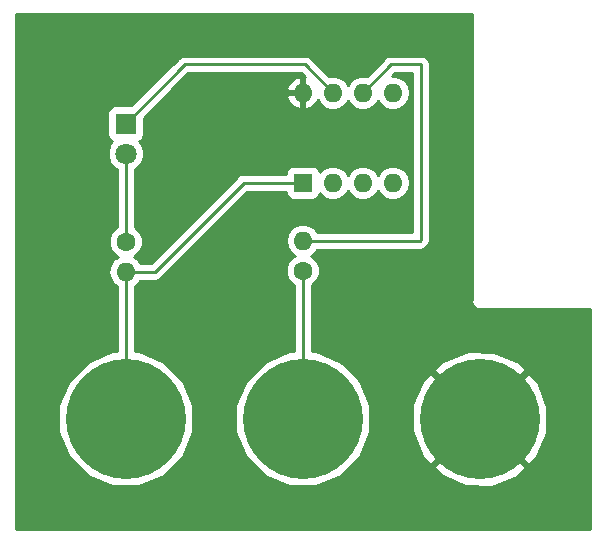
<source format=gbr>
G04 #@! TF.GenerationSoftware,KiCad,Pcbnew,(5.0.1-3-g963ef8bb5)*
G04 #@! TF.CreationDate,2018-11-29T08:41:42-08:00*
G04 #@! TF.ProjectId,Example,4578616D706C652E6B696361645F7063,0.0.1*
G04 #@! TF.SameCoordinates,Original*
G04 #@! TF.FileFunction,Copper,L1,Top,Signal*
G04 #@! TF.FilePolarity,Positive*
%FSLAX46Y46*%
G04 Gerber Fmt 4.6, Leading zero omitted, Abs format (unit mm)*
G04 Created by KiCad (PCBNEW (5.0.1-3-g963ef8bb5)) date Thursday, November 29, 2018 at 08:41:42 AM*
%MOMM*%
%LPD*%
G01*
G04 APERTURE LIST*
G04 #@! TA.AperFunction,ComponentPad*
%ADD10R,1.800000X1.800000*%
G04 #@! TD*
G04 #@! TA.AperFunction,ComponentPad*
%ADD11C,1.800000*%
G04 #@! TD*
G04 #@! TA.AperFunction,ComponentPad*
%ADD12C,10.160000*%
G04 #@! TD*
G04 #@! TA.AperFunction,ComponentPad*
%ADD13O,1.600000X1.600000*%
G04 #@! TD*
G04 #@! TA.AperFunction,ComponentPad*
%ADD14C,1.600000*%
G04 #@! TD*
G04 #@! TA.AperFunction,ComponentPad*
%ADD15R,1.600000X1.600000*%
G04 #@! TD*
G04 #@! TA.AperFunction,Conductor*
%ADD16C,0.250000*%
G04 #@! TD*
G04 #@! TA.AperFunction,Conductor*
%ADD17C,0.254000*%
G04 #@! TD*
G04 APERTURE END LIST*
D10*
G04 #@! TO.P,D_LED1,1*
G04 #@! TO.N,Net-(D_LED1-Pad1)*
X130000000Y-100000000D03*
D11*
G04 #@! TO.P,D_LED1,2*
G04 #@! TO.N,Net-(D_LED1-Pad2)*
X130000000Y-102540000D03*
G04 #@! TD*
D12*
G04 #@! TO.P,J1,1*
G04 #@! TO.N,VCC*
X130010000Y-125000000D03*
G04 #@! TO.P,J1,3*
G04 #@! TO.N,GND*
X159980000Y-125000000D03*
G04 #@! TO.P,J1,2*
G04 #@! TO.N,Net-(J1-Pad2)*
X145000000Y-125000000D03*
G04 #@! TD*
D13*
G04 #@! TO.P,R_INPUT1,2*
G04 #@! TO.N,/Input*
X145000000Y-109920000D03*
D14*
G04 #@! TO.P,R_INPUT1,1*
G04 #@! TO.N,Net-(J1-Pad2)*
X145000000Y-112460000D03*
G04 #@! TD*
G04 #@! TO.P,R_LED1,1*
G04 #@! TO.N,Net-(D_LED1-Pad2)*
X130000000Y-110000000D03*
D13*
G04 #@! TO.P,R_LED1,2*
G04 #@! TO.N,VCC*
X130000000Y-112540000D03*
G04 #@! TD*
D15*
G04 #@! TO.P,U1,1*
G04 #@! TO.N,VCC*
X145000000Y-105000000D03*
D13*
G04 #@! TO.P,U1,5*
G04 #@! TO.N,Net-(U1-Pad5)*
X152620000Y-97380000D03*
G04 #@! TO.P,U1,2*
G04 #@! TO.N,Net-(U1-Pad2)*
X147540000Y-105000000D03*
G04 #@! TO.P,U1,6*
G04 #@! TO.N,/Input*
X150080000Y-97380000D03*
G04 #@! TO.P,U1,3*
G04 #@! TO.N,Net-(U1-Pad3)*
X150080000Y-105000000D03*
G04 #@! TO.P,U1,7*
G04 #@! TO.N,Net-(D_LED1-Pad1)*
X147540000Y-97380000D03*
G04 #@! TO.P,U1,4*
G04 #@! TO.N,Net-(U1-Pad4)*
X152620000Y-105000000D03*
G04 #@! TO.P,U1,8*
G04 #@! TO.N,GND*
X145000000Y-97380000D03*
G04 #@! TD*
D16*
G04 #@! TO.N,Net-(D_LED1-Pad1)*
X145160000Y-95000000D02*
X147540000Y-97380000D01*
X135000000Y-95000000D02*
X145160000Y-95000000D01*
X130000000Y-100000000D02*
X135000000Y-95000000D01*
G04 #@! TO.N,Net-(D_LED1-Pad2)*
X130000000Y-110000000D02*
X130000000Y-102540000D01*
G04 #@! TO.N,VCC*
X130010000Y-112550000D02*
X130000000Y-112540000D01*
X130010000Y-125000000D02*
X130010000Y-112550000D01*
X130000000Y-112540000D02*
X132460000Y-112540000D01*
X140000000Y-105000000D02*
X145000000Y-105000000D01*
X132460000Y-112540000D02*
X140000000Y-105000000D01*
G04 #@! TO.N,Net-(J1-Pad2)*
X145000000Y-125000000D02*
X145000000Y-112460000D01*
G04 #@! TO.N,/Input*
X145000000Y-109920000D02*
X154920000Y-109920000D01*
X154920000Y-109920000D02*
X155000000Y-109840000D01*
X155000000Y-109840000D02*
X155000000Y-95000000D01*
X152460000Y-95000000D02*
X150080000Y-97380000D01*
X155000000Y-95000000D02*
X152460000Y-95000000D01*
G04 #@! TD*
D17*
G04 #@! TO.N,GND*
G36*
X159290001Y-114930069D02*
X159276091Y-115000000D01*
X159331195Y-115277028D01*
X159488119Y-115511881D01*
X159722972Y-115668805D01*
X159930074Y-115710000D01*
X159930075Y-115710000D01*
X160000000Y-115723909D01*
X160069926Y-115710000D01*
X169290000Y-115710000D01*
X169290001Y-134290000D01*
X120710000Y-134290000D01*
X120710000Y-123863216D01*
X124295000Y-123863216D01*
X124295000Y-126136784D01*
X125165057Y-128237287D01*
X126772713Y-129844943D01*
X128873216Y-130715000D01*
X131146784Y-130715000D01*
X133247287Y-129844943D01*
X134854943Y-128237287D01*
X135725000Y-126136784D01*
X135725000Y-123863216D01*
X134854943Y-121762713D01*
X133247287Y-120155057D01*
X131146784Y-119285000D01*
X130770000Y-119285000D01*
X130770000Y-113751362D01*
X131034577Y-113574577D01*
X131218043Y-113300000D01*
X132385153Y-113300000D01*
X132460000Y-113314888D01*
X132534847Y-113300000D01*
X132534852Y-113300000D01*
X132756537Y-113255904D01*
X133007929Y-113087929D01*
X133050331Y-113024470D01*
X140314802Y-105760000D01*
X143552560Y-105760000D01*
X143552560Y-105800000D01*
X143601843Y-106047765D01*
X143742191Y-106257809D01*
X143952235Y-106398157D01*
X144200000Y-106447440D01*
X145800000Y-106447440D01*
X146047765Y-106398157D01*
X146257809Y-106257809D01*
X146398157Y-106047765D01*
X146424785Y-105913894D01*
X146505423Y-106034577D01*
X146980091Y-106351740D01*
X147398667Y-106435000D01*
X147681333Y-106435000D01*
X148099909Y-106351740D01*
X148574577Y-106034577D01*
X148810000Y-105682242D01*
X149045423Y-106034577D01*
X149520091Y-106351740D01*
X149938667Y-106435000D01*
X150221333Y-106435000D01*
X150639909Y-106351740D01*
X151114577Y-106034577D01*
X151350000Y-105682242D01*
X151585423Y-106034577D01*
X152060091Y-106351740D01*
X152478667Y-106435000D01*
X152761333Y-106435000D01*
X153179909Y-106351740D01*
X153654577Y-106034577D01*
X153971740Y-105559909D01*
X154083113Y-105000000D01*
X153971740Y-104440091D01*
X153654577Y-103965423D01*
X153179909Y-103648260D01*
X152761333Y-103565000D01*
X152478667Y-103565000D01*
X152060091Y-103648260D01*
X151585423Y-103965423D01*
X151350000Y-104317758D01*
X151114577Y-103965423D01*
X150639909Y-103648260D01*
X150221333Y-103565000D01*
X149938667Y-103565000D01*
X149520091Y-103648260D01*
X149045423Y-103965423D01*
X148810000Y-104317758D01*
X148574577Y-103965423D01*
X148099909Y-103648260D01*
X147681333Y-103565000D01*
X147398667Y-103565000D01*
X146980091Y-103648260D01*
X146505423Y-103965423D01*
X146424785Y-104086106D01*
X146398157Y-103952235D01*
X146257809Y-103742191D01*
X146047765Y-103601843D01*
X145800000Y-103552560D01*
X144200000Y-103552560D01*
X143952235Y-103601843D01*
X143742191Y-103742191D01*
X143601843Y-103952235D01*
X143552560Y-104200000D01*
X143552560Y-104240000D01*
X140074846Y-104240000D01*
X139999999Y-104225112D01*
X139925152Y-104240000D01*
X139925148Y-104240000D01*
X139703463Y-104284096D01*
X139452071Y-104452071D01*
X139409671Y-104515527D01*
X132145199Y-111780000D01*
X131218043Y-111780000D01*
X131034577Y-111505423D01*
X130682832Y-111270394D01*
X130812862Y-111216534D01*
X131216534Y-110812862D01*
X131435000Y-110285439D01*
X131435000Y-109714561D01*
X131216534Y-109187138D01*
X130812862Y-108783466D01*
X130760000Y-108761570D01*
X130760000Y-103886669D01*
X130869507Y-103841310D01*
X131301310Y-103409507D01*
X131535000Y-102845330D01*
X131535000Y-102234670D01*
X131301310Y-101670493D01*
X131132092Y-101501275D01*
X131147765Y-101498157D01*
X131357809Y-101357809D01*
X131498157Y-101147765D01*
X131547440Y-100900000D01*
X131547440Y-99527361D01*
X133345760Y-97729041D01*
X143608086Y-97729041D01*
X143847611Y-98235134D01*
X144262577Y-98611041D01*
X144650961Y-98771904D01*
X144873000Y-98649915D01*
X144873000Y-97507000D01*
X143729371Y-97507000D01*
X143608086Y-97729041D01*
X133345760Y-97729041D01*
X134043842Y-97030959D01*
X143608086Y-97030959D01*
X143729371Y-97253000D01*
X144873000Y-97253000D01*
X144873000Y-96110085D01*
X144650961Y-95988096D01*
X144262577Y-96148959D01*
X143847611Y-96524866D01*
X143608086Y-97030959D01*
X134043842Y-97030959D01*
X135314802Y-95760000D01*
X144845199Y-95760000D01*
X145171071Y-96085872D01*
X145127000Y-96110085D01*
X145127000Y-97253000D01*
X145147000Y-97253000D01*
X145147000Y-97507000D01*
X145127000Y-97507000D01*
X145127000Y-98649915D01*
X145349039Y-98771904D01*
X145737423Y-98611041D01*
X146152389Y-98235134D01*
X146249053Y-98030892D01*
X146505423Y-98414577D01*
X146980091Y-98731740D01*
X147398667Y-98815000D01*
X147681333Y-98815000D01*
X148099909Y-98731740D01*
X148574577Y-98414577D01*
X148810000Y-98062242D01*
X149045423Y-98414577D01*
X149520091Y-98731740D01*
X149938667Y-98815000D01*
X150221333Y-98815000D01*
X150639909Y-98731740D01*
X151114577Y-98414577D01*
X151350000Y-98062242D01*
X151585423Y-98414577D01*
X152060091Y-98731740D01*
X152478667Y-98815000D01*
X152761333Y-98815000D01*
X153179909Y-98731740D01*
X153654577Y-98414577D01*
X153971740Y-97939909D01*
X154083113Y-97380000D01*
X153971740Y-96820091D01*
X153654577Y-96345423D01*
X153179909Y-96028260D01*
X152761333Y-95945000D01*
X152589802Y-95945000D01*
X152774802Y-95760000D01*
X154240001Y-95760000D01*
X154240000Y-109160000D01*
X146218043Y-109160000D01*
X146034577Y-108885423D01*
X145559909Y-108568260D01*
X145141333Y-108485000D01*
X144858667Y-108485000D01*
X144440091Y-108568260D01*
X143965423Y-108885423D01*
X143648260Y-109360091D01*
X143536887Y-109920000D01*
X143648260Y-110479909D01*
X143965423Y-110954577D01*
X144317168Y-111189606D01*
X144187138Y-111243466D01*
X143783466Y-111647138D01*
X143565000Y-112174561D01*
X143565000Y-112745439D01*
X143783466Y-113272862D01*
X144187138Y-113676534D01*
X144240001Y-113698431D01*
X144240000Y-119285000D01*
X143863216Y-119285000D01*
X141762713Y-120155057D01*
X140155057Y-121762713D01*
X139285000Y-123863216D01*
X139285000Y-126136784D01*
X140155057Y-128237287D01*
X141762713Y-129844943D01*
X143863216Y-130715000D01*
X146136784Y-130715000D01*
X148237287Y-129844943D01*
X148985402Y-129096828D01*
X156062777Y-129096828D01*
X156658556Y-129787641D01*
X158743537Y-130694265D01*
X161016758Y-130733989D01*
X163132142Y-129900765D01*
X163301444Y-129787641D01*
X163897223Y-129096828D01*
X159980000Y-125179605D01*
X156062777Y-129096828D01*
X148985402Y-129096828D01*
X149844943Y-128237287D01*
X150715000Y-126136784D01*
X150715000Y-126036758D01*
X154246011Y-126036758D01*
X155079235Y-128152142D01*
X155192359Y-128321444D01*
X155883172Y-128917223D01*
X159800395Y-125000000D01*
X160159605Y-125000000D01*
X164076828Y-128917223D01*
X164767641Y-128321444D01*
X165674265Y-126236463D01*
X165713989Y-123963242D01*
X164880765Y-121847858D01*
X164767641Y-121678556D01*
X164076828Y-121082777D01*
X160159605Y-125000000D01*
X159800395Y-125000000D01*
X155883172Y-121082777D01*
X155192359Y-121678556D01*
X154285735Y-123763537D01*
X154246011Y-126036758D01*
X150715000Y-126036758D01*
X150715000Y-123863216D01*
X149844943Y-121762713D01*
X148985402Y-120903172D01*
X156062777Y-120903172D01*
X159980000Y-124820395D01*
X163897223Y-120903172D01*
X163301444Y-120212359D01*
X161216463Y-119305735D01*
X158943242Y-119266011D01*
X156827858Y-120099235D01*
X156658556Y-120212359D01*
X156062777Y-120903172D01*
X148985402Y-120903172D01*
X148237287Y-120155057D01*
X146136784Y-119285000D01*
X145760000Y-119285000D01*
X145760000Y-113698430D01*
X145812862Y-113676534D01*
X146216534Y-113272862D01*
X146435000Y-112745439D01*
X146435000Y-112174561D01*
X146216534Y-111647138D01*
X145812862Y-111243466D01*
X145682832Y-111189606D01*
X146034577Y-110954577D01*
X146218043Y-110680000D01*
X154845153Y-110680000D01*
X154920000Y-110694888D01*
X154994847Y-110680000D01*
X154994852Y-110680000D01*
X155216537Y-110635904D01*
X155467929Y-110467929D01*
X155499973Y-110419972D01*
X155547929Y-110387929D01*
X155715904Y-110136537D01*
X155760000Y-109914852D01*
X155760000Y-109914848D01*
X155774888Y-109840001D01*
X155760000Y-109765154D01*
X155760000Y-95074852D01*
X155774889Y-95000000D01*
X155715904Y-94703463D01*
X155547929Y-94452071D01*
X155296537Y-94284096D01*
X155074852Y-94240000D01*
X155000000Y-94225111D01*
X154925148Y-94240000D01*
X152534846Y-94240000D01*
X152459999Y-94225112D01*
X152385152Y-94240000D01*
X152385148Y-94240000D01*
X152163463Y-94284096D01*
X151912071Y-94452071D01*
X151869671Y-94515527D01*
X150403886Y-95981312D01*
X150221333Y-95945000D01*
X149938667Y-95945000D01*
X149520091Y-96028260D01*
X149045423Y-96345423D01*
X148810000Y-96697758D01*
X148574577Y-96345423D01*
X148099909Y-96028260D01*
X147681333Y-95945000D01*
X147398667Y-95945000D01*
X147216114Y-95981312D01*
X145750331Y-94515530D01*
X145707929Y-94452071D01*
X145456537Y-94284096D01*
X145234852Y-94240000D01*
X145234847Y-94240000D01*
X145160000Y-94225112D01*
X145085153Y-94240000D01*
X135074848Y-94240000D01*
X135000000Y-94225112D01*
X134925152Y-94240000D01*
X134925148Y-94240000D01*
X134751605Y-94274520D01*
X134703462Y-94284096D01*
X134516418Y-94409076D01*
X134452071Y-94452071D01*
X134409671Y-94515527D01*
X130472639Y-98452560D01*
X129100000Y-98452560D01*
X128852235Y-98501843D01*
X128642191Y-98642191D01*
X128501843Y-98852235D01*
X128452560Y-99100000D01*
X128452560Y-100900000D01*
X128501843Y-101147765D01*
X128642191Y-101357809D01*
X128852235Y-101498157D01*
X128867908Y-101501275D01*
X128698690Y-101670493D01*
X128465000Y-102234670D01*
X128465000Y-102845330D01*
X128698690Y-103409507D01*
X129130493Y-103841310D01*
X129240001Y-103886670D01*
X129240000Y-108761570D01*
X129187138Y-108783466D01*
X128783466Y-109187138D01*
X128565000Y-109714561D01*
X128565000Y-110285439D01*
X128783466Y-110812862D01*
X129187138Y-111216534D01*
X129317168Y-111270394D01*
X128965423Y-111505423D01*
X128648260Y-111980091D01*
X128536887Y-112540000D01*
X128648260Y-113099909D01*
X128965423Y-113574577D01*
X129250001Y-113764726D01*
X129250000Y-119285000D01*
X128873216Y-119285000D01*
X126772713Y-120155057D01*
X125165057Y-121762713D01*
X124295000Y-123863216D01*
X120710000Y-123863216D01*
X120710000Y-90710000D01*
X159290000Y-90710000D01*
X159290001Y-114930069D01*
X159290001Y-114930069D01*
G37*
X159290001Y-114930069D02*
X159276091Y-115000000D01*
X159331195Y-115277028D01*
X159488119Y-115511881D01*
X159722972Y-115668805D01*
X159930074Y-115710000D01*
X159930075Y-115710000D01*
X160000000Y-115723909D01*
X160069926Y-115710000D01*
X169290000Y-115710000D01*
X169290001Y-134290000D01*
X120710000Y-134290000D01*
X120710000Y-123863216D01*
X124295000Y-123863216D01*
X124295000Y-126136784D01*
X125165057Y-128237287D01*
X126772713Y-129844943D01*
X128873216Y-130715000D01*
X131146784Y-130715000D01*
X133247287Y-129844943D01*
X134854943Y-128237287D01*
X135725000Y-126136784D01*
X135725000Y-123863216D01*
X134854943Y-121762713D01*
X133247287Y-120155057D01*
X131146784Y-119285000D01*
X130770000Y-119285000D01*
X130770000Y-113751362D01*
X131034577Y-113574577D01*
X131218043Y-113300000D01*
X132385153Y-113300000D01*
X132460000Y-113314888D01*
X132534847Y-113300000D01*
X132534852Y-113300000D01*
X132756537Y-113255904D01*
X133007929Y-113087929D01*
X133050331Y-113024470D01*
X140314802Y-105760000D01*
X143552560Y-105760000D01*
X143552560Y-105800000D01*
X143601843Y-106047765D01*
X143742191Y-106257809D01*
X143952235Y-106398157D01*
X144200000Y-106447440D01*
X145800000Y-106447440D01*
X146047765Y-106398157D01*
X146257809Y-106257809D01*
X146398157Y-106047765D01*
X146424785Y-105913894D01*
X146505423Y-106034577D01*
X146980091Y-106351740D01*
X147398667Y-106435000D01*
X147681333Y-106435000D01*
X148099909Y-106351740D01*
X148574577Y-106034577D01*
X148810000Y-105682242D01*
X149045423Y-106034577D01*
X149520091Y-106351740D01*
X149938667Y-106435000D01*
X150221333Y-106435000D01*
X150639909Y-106351740D01*
X151114577Y-106034577D01*
X151350000Y-105682242D01*
X151585423Y-106034577D01*
X152060091Y-106351740D01*
X152478667Y-106435000D01*
X152761333Y-106435000D01*
X153179909Y-106351740D01*
X153654577Y-106034577D01*
X153971740Y-105559909D01*
X154083113Y-105000000D01*
X153971740Y-104440091D01*
X153654577Y-103965423D01*
X153179909Y-103648260D01*
X152761333Y-103565000D01*
X152478667Y-103565000D01*
X152060091Y-103648260D01*
X151585423Y-103965423D01*
X151350000Y-104317758D01*
X151114577Y-103965423D01*
X150639909Y-103648260D01*
X150221333Y-103565000D01*
X149938667Y-103565000D01*
X149520091Y-103648260D01*
X149045423Y-103965423D01*
X148810000Y-104317758D01*
X148574577Y-103965423D01*
X148099909Y-103648260D01*
X147681333Y-103565000D01*
X147398667Y-103565000D01*
X146980091Y-103648260D01*
X146505423Y-103965423D01*
X146424785Y-104086106D01*
X146398157Y-103952235D01*
X146257809Y-103742191D01*
X146047765Y-103601843D01*
X145800000Y-103552560D01*
X144200000Y-103552560D01*
X143952235Y-103601843D01*
X143742191Y-103742191D01*
X143601843Y-103952235D01*
X143552560Y-104200000D01*
X143552560Y-104240000D01*
X140074846Y-104240000D01*
X139999999Y-104225112D01*
X139925152Y-104240000D01*
X139925148Y-104240000D01*
X139703463Y-104284096D01*
X139452071Y-104452071D01*
X139409671Y-104515527D01*
X132145199Y-111780000D01*
X131218043Y-111780000D01*
X131034577Y-111505423D01*
X130682832Y-111270394D01*
X130812862Y-111216534D01*
X131216534Y-110812862D01*
X131435000Y-110285439D01*
X131435000Y-109714561D01*
X131216534Y-109187138D01*
X130812862Y-108783466D01*
X130760000Y-108761570D01*
X130760000Y-103886669D01*
X130869507Y-103841310D01*
X131301310Y-103409507D01*
X131535000Y-102845330D01*
X131535000Y-102234670D01*
X131301310Y-101670493D01*
X131132092Y-101501275D01*
X131147765Y-101498157D01*
X131357809Y-101357809D01*
X131498157Y-101147765D01*
X131547440Y-100900000D01*
X131547440Y-99527361D01*
X133345760Y-97729041D01*
X143608086Y-97729041D01*
X143847611Y-98235134D01*
X144262577Y-98611041D01*
X144650961Y-98771904D01*
X144873000Y-98649915D01*
X144873000Y-97507000D01*
X143729371Y-97507000D01*
X143608086Y-97729041D01*
X133345760Y-97729041D01*
X134043842Y-97030959D01*
X143608086Y-97030959D01*
X143729371Y-97253000D01*
X144873000Y-97253000D01*
X144873000Y-96110085D01*
X144650961Y-95988096D01*
X144262577Y-96148959D01*
X143847611Y-96524866D01*
X143608086Y-97030959D01*
X134043842Y-97030959D01*
X135314802Y-95760000D01*
X144845199Y-95760000D01*
X145171071Y-96085872D01*
X145127000Y-96110085D01*
X145127000Y-97253000D01*
X145147000Y-97253000D01*
X145147000Y-97507000D01*
X145127000Y-97507000D01*
X145127000Y-98649915D01*
X145349039Y-98771904D01*
X145737423Y-98611041D01*
X146152389Y-98235134D01*
X146249053Y-98030892D01*
X146505423Y-98414577D01*
X146980091Y-98731740D01*
X147398667Y-98815000D01*
X147681333Y-98815000D01*
X148099909Y-98731740D01*
X148574577Y-98414577D01*
X148810000Y-98062242D01*
X149045423Y-98414577D01*
X149520091Y-98731740D01*
X149938667Y-98815000D01*
X150221333Y-98815000D01*
X150639909Y-98731740D01*
X151114577Y-98414577D01*
X151350000Y-98062242D01*
X151585423Y-98414577D01*
X152060091Y-98731740D01*
X152478667Y-98815000D01*
X152761333Y-98815000D01*
X153179909Y-98731740D01*
X153654577Y-98414577D01*
X153971740Y-97939909D01*
X154083113Y-97380000D01*
X153971740Y-96820091D01*
X153654577Y-96345423D01*
X153179909Y-96028260D01*
X152761333Y-95945000D01*
X152589802Y-95945000D01*
X152774802Y-95760000D01*
X154240001Y-95760000D01*
X154240000Y-109160000D01*
X146218043Y-109160000D01*
X146034577Y-108885423D01*
X145559909Y-108568260D01*
X145141333Y-108485000D01*
X144858667Y-108485000D01*
X144440091Y-108568260D01*
X143965423Y-108885423D01*
X143648260Y-109360091D01*
X143536887Y-109920000D01*
X143648260Y-110479909D01*
X143965423Y-110954577D01*
X144317168Y-111189606D01*
X144187138Y-111243466D01*
X143783466Y-111647138D01*
X143565000Y-112174561D01*
X143565000Y-112745439D01*
X143783466Y-113272862D01*
X144187138Y-113676534D01*
X144240001Y-113698431D01*
X144240000Y-119285000D01*
X143863216Y-119285000D01*
X141762713Y-120155057D01*
X140155057Y-121762713D01*
X139285000Y-123863216D01*
X139285000Y-126136784D01*
X140155057Y-128237287D01*
X141762713Y-129844943D01*
X143863216Y-130715000D01*
X146136784Y-130715000D01*
X148237287Y-129844943D01*
X148985402Y-129096828D01*
X156062777Y-129096828D01*
X156658556Y-129787641D01*
X158743537Y-130694265D01*
X161016758Y-130733989D01*
X163132142Y-129900765D01*
X163301444Y-129787641D01*
X163897223Y-129096828D01*
X159980000Y-125179605D01*
X156062777Y-129096828D01*
X148985402Y-129096828D01*
X149844943Y-128237287D01*
X150715000Y-126136784D01*
X150715000Y-126036758D01*
X154246011Y-126036758D01*
X155079235Y-128152142D01*
X155192359Y-128321444D01*
X155883172Y-128917223D01*
X159800395Y-125000000D01*
X160159605Y-125000000D01*
X164076828Y-128917223D01*
X164767641Y-128321444D01*
X165674265Y-126236463D01*
X165713989Y-123963242D01*
X164880765Y-121847858D01*
X164767641Y-121678556D01*
X164076828Y-121082777D01*
X160159605Y-125000000D01*
X159800395Y-125000000D01*
X155883172Y-121082777D01*
X155192359Y-121678556D01*
X154285735Y-123763537D01*
X154246011Y-126036758D01*
X150715000Y-126036758D01*
X150715000Y-123863216D01*
X149844943Y-121762713D01*
X148985402Y-120903172D01*
X156062777Y-120903172D01*
X159980000Y-124820395D01*
X163897223Y-120903172D01*
X163301444Y-120212359D01*
X161216463Y-119305735D01*
X158943242Y-119266011D01*
X156827858Y-120099235D01*
X156658556Y-120212359D01*
X156062777Y-120903172D01*
X148985402Y-120903172D01*
X148237287Y-120155057D01*
X146136784Y-119285000D01*
X145760000Y-119285000D01*
X145760000Y-113698430D01*
X145812862Y-113676534D01*
X146216534Y-113272862D01*
X146435000Y-112745439D01*
X146435000Y-112174561D01*
X146216534Y-111647138D01*
X145812862Y-111243466D01*
X145682832Y-111189606D01*
X146034577Y-110954577D01*
X146218043Y-110680000D01*
X154845153Y-110680000D01*
X154920000Y-110694888D01*
X154994847Y-110680000D01*
X154994852Y-110680000D01*
X155216537Y-110635904D01*
X155467929Y-110467929D01*
X155499973Y-110419972D01*
X155547929Y-110387929D01*
X155715904Y-110136537D01*
X155760000Y-109914852D01*
X155760000Y-109914848D01*
X155774888Y-109840001D01*
X155760000Y-109765154D01*
X155760000Y-95074852D01*
X155774889Y-95000000D01*
X155715904Y-94703463D01*
X155547929Y-94452071D01*
X155296537Y-94284096D01*
X155074852Y-94240000D01*
X155000000Y-94225111D01*
X154925148Y-94240000D01*
X152534846Y-94240000D01*
X152459999Y-94225112D01*
X152385152Y-94240000D01*
X152385148Y-94240000D01*
X152163463Y-94284096D01*
X151912071Y-94452071D01*
X151869671Y-94515527D01*
X150403886Y-95981312D01*
X150221333Y-95945000D01*
X149938667Y-95945000D01*
X149520091Y-96028260D01*
X149045423Y-96345423D01*
X148810000Y-96697758D01*
X148574577Y-96345423D01*
X148099909Y-96028260D01*
X147681333Y-95945000D01*
X147398667Y-95945000D01*
X147216114Y-95981312D01*
X145750331Y-94515530D01*
X145707929Y-94452071D01*
X145456537Y-94284096D01*
X145234852Y-94240000D01*
X145234847Y-94240000D01*
X145160000Y-94225112D01*
X145085153Y-94240000D01*
X135074848Y-94240000D01*
X135000000Y-94225112D01*
X134925152Y-94240000D01*
X134925148Y-94240000D01*
X134751605Y-94274520D01*
X134703462Y-94284096D01*
X134516418Y-94409076D01*
X134452071Y-94452071D01*
X134409671Y-94515527D01*
X130472639Y-98452560D01*
X129100000Y-98452560D01*
X128852235Y-98501843D01*
X128642191Y-98642191D01*
X128501843Y-98852235D01*
X128452560Y-99100000D01*
X128452560Y-100900000D01*
X128501843Y-101147765D01*
X128642191Y-101357809D01*
X128852235Y-101498157D01*
X128867908Y-101501275D01*
X128698690Y-101670493D01*
X128465000Y-102234670D01*
X128465000Y-102845330D01*
X128698690Y-103409507D01*
X129130493Y-103841310D01*
X129240001Y-103886670D01*
X129240000Y-108761570D01*
X129187138Y-108783466D01*
X128783466Y-109187138D01*
X128565000Y-109714561D01*
X128565000Y-110285439D01*
X128783466Y-110812862D01*
X129187138Y-111216534D01*
X129317168Y-111270394D01*
X128965423Y-111505423D01*
X128648260Y-111980091D01*
X128536887Y-112540000D01*
X128648260Y-113099909D01*
X128965423Y-113574577D01*
X129250001Y-113764726D01*
X129250000Y-119285000D01*
X128873216Y-119285000D01*
X126772713Y-120155057D01*
X125165057Y-121762713D01*
X124295000Y-123863216D01*
X120710000Y-123863216D01*
X120710000Y-90710000D01*
X159290000Y-90710000D01*
X159290001Y-114930069D01*
G04 #@! TD*
M02*

</source>
